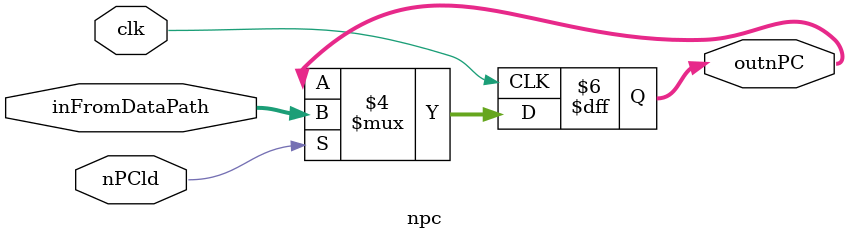
<source format=v>
/* Module of nPC register
   Programmed by: Lianne Sánchez Rodríguez
   Phase 4 
   Professor: Nestor Rodríguez 
*/
module npc(output reg [31:0] outnPC, input [31:0] inFromDataPath, input nPCld, input clk);
	 initial begin
	  	outnPC = 32'h00000004;
	 end
	always @(posedge clk) 
		begin	
			//$display("npcInside",outnPC);
			if (nPCld == 1)
				//if(inFromDataPath==52) outnPC <=pc.outPC;
				outnPC <= inFromDataPath;
		end
endmodule

// module nextProgramCounter; 
// 	// Inputs of ALU
	
// 	reg [31:0] in;
// 	reg nPCld;
// 	reg clk=0;
// 	//Outputs of ALU module
// 	wire [31:0] out;
// 	//test duration
// 	parameter stop_time = 10590;

// 	npc npc(out, in, nPCld, clk);
// 	initial #stop_time $finish;

// 	initial begin

// 	#10 in= 32'b00000000000000000000000000000000; nPCld = 1;  
//  	#20 in= 32'b00000001111000000000000000000000; #30 nPCld=0;
//  	#30 in= 32'b00000000000111100000000000000000; 
//  	#40 in= 32'b01111110000000000000000000000000;

// 	end
// 		initial begin
// 		repeat (500) begin
// 			#5 clk = ~clk;
// 		end
// 	end
// 	initial begin
// 		$display ("\n\n\t\tOutput\t\t\tInput\t\t\tNPCld");
// 		$monitor ("%0d\t%b\t\t%b\t%b", $time,in, out, nPCld);
// 	end
	
// endmodule
</source>
